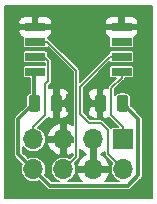
<source format=gbr>
G04 #@! TF.GenerationSoftware,KiCad,Pcbnew,(5.1.5-0-10_14)*
G04 #@! TF.CreationDate,2020-05-05T19:25:00-07:00*
G04 #@! TF.ProjectId,N64 UltraCIC II Breakout,4e363420-556c-4747-9261-434943204949,rev?*
G04 #@! TF.SameCoordinates,Original*
G04 #@! TF.FileFunction,Copper,L1,Top*
G04 #@! TF.FilePolarity,Positive*
%FSLAX46Y46*%
G04 Gerber Fmt 4.6, Leading zero omitted, Abs format (unit mm)*
G04 Created by KiCad (PCBNEW (5.1.5-0-10_14)) date 2020-05-05 19:25:00*
%MOMM*%
%LPD*%
G04 APERTURE LIST*
%ADD10O,1.700000X1.700000*%
%ADD11R,1.700000X1.700000*%
%ADD12R,1.700000X0.650000*%
%ADD13C,0.100000*%
%ADD14C,0.600000*%
%ADD15C,0.304800*%
%ADD16C,0.152400*%
G04 APERTURE END LIST*
D10*
X149860000Y-116840000D03*
X149860000Y-114300000D03*
X152400000Y-116840000D03*
X152400000Y-114300000D03*
X154940000Y-116840000D03*
X154940000Y-114300000D03*
X157480000Y-116840000D03*
D11*
X157480000Y-114300000D03*
D12*
X150020000Y-108585000D03*
X150020000Y-107315000D03*
X150020000Y-106045000D03*
X150020000Y-104775000D03*
X157320000Y-104775000D03*
X157320000Y-106045000D03*
X157320000Y-107315000D03*
X157320000Y-108585000D03*
G04 #@! TA.AperFunction,SMDPad,CuDef*
D13*
G36*
X155794142Y-110553174D02*
G01*
X155817803Y-110556684D01*
X155841007Y-110562496D01*
X155863529Y-110570554D01*
X155885153Y-110580782D01*
X155905670Y-110593079D01*
X155924883Y-110607329D01*
X155942607Y-110623393D01*
X155958671Y-110641117D01*
X155972921Y-110660330D01*
X155985218Y-110680847D01*
X155995446Y-110702471D01*
X156003504Y-110724993D01*
X156009316Y-110748197D01*
X156012826Y-110771858D01*
X156014000Y-110795750D01*
X156014000Y-111708250D01*
X156012826Y-111732142D01*
X156009316Y-111755803D01*
X156003504Y-111779007D01*
X155995446Y-111801529D01*
X155985218Y-111823153D01*
X155972921Y-111843670D01*
X155958671Y-111862883D01*
X155942607Y-111880607D01*
X155924883Y-111896671D01*
X155905670Y-111910921D01*
X155885153Y-111923218D01*
X155863529Y-111933446D01*
X155841007Y-111941504D01*
X155817803Y-111947316D01*
X155794142Y-111950826D01*
X155770250Y-111952000D01*
X155282750Y-111952000D01*
X155258858Y-111950826D01*
X155235197Y-111947316D01*
X155211993Y-111941504D01*
X155189471Y-111933446D01*
X155167847Y-111923218D01*
X155147330Y-111910921D01*
X155128117Y-111896671D01*
X155110393Y-111880607D01*
X155094329Y-111862883D01*
X155080079Y-111843670D01*
X155067782Y-111823153D01*
X155057554Y-111801529D01*
X155049496Y-111779007D01*
X155043684Y-111755803D01*
X155040174Y-111732142D01*
X155039000Y-111708250D01*
X155039000Y-110795750D01*
X155040174Y-110771858D01*
X155043684Y-110748197D01*
X155049496Y-110724993D01*
X155057554Y-110702471D01*
X155067782Y-110680847D01*
X155080079Y-110660330D01*
X155094329Y-110641117D01*
X155110393Y-110623393D01*
X155128117Y-110607329D01*
X155147330Y-110593079D01*
X155167847Y-110580782D01*
X155189471Y-110570554D01*
X155211993Y-110562496D01*
X155235197Y-110556684D01*
X155258858Y-110553174D01*
X155282750Y-110552000D01*
X155770250Y-110552000D01*
X155794142Y-110553174D01*
G37*
G04 #@! TD.AperFunction*
G04 #@! TA.AperFunction,SMDPad,CuDef*
G36*
X157669142Y-110553174D02*
G01*
X157692803Y-110556684D01*
X157716007Y-110562496D01*
X157738529Y-110570554D01*
X157760153Y-110580782D01*
X157780670Y-110593079D01*
X157799883Y-110607329D01*
X157817607Y-110623393D01*
X157833671Y-110641117D01*
X157847921Y-110660330D01*
X157860218Y-110680847D01*
X157870446Y-110702471D01*
X157878504Y-110724993D01*
X157884316Y-110748197D01*
X157887826Y-110771858D01*
X157889000Y-110795750D01*
X157889000Y-111708250D01*
X157887826Y-111732142D01*
X157884316Y-111755803D01*
X157878504Y-111779007D01*
X157870446Y-111801529D01*
X157860218Y-111823153D01*
X157847921Y-111843670D01*
X157833671Y-111862883D01*
X157817607Y-111880607D01*
X157799883Y-111896671D01*
X157780670Y-111910921D01*
X157760153Y-111923218D01*
X157738529Y-111933446D01*
X157716007Y-111941504D01*
X157692803Y-111947316D01*
X157669142Y-111950826D01*
X157645250Y-111952000D01*
X157157750Y-111952000D01*
X157133858Y-111950826D01*
X157110197Y-111947316D01*
X157086993Y-111941504D01*
X157064471Y-111933446D01*
X157042847Y-111923218D01*
X157022330Y-111910921D01*
X157003117Y-111896671D01*
X156985393Y-111880607D01*
X156969329Y-111862883D01*
X156955079Y-111843670D01*
X156942782Y-111823153D01*
X156932554Y-111801529D01*
X156924496Y-111779007D01*
X156918684Y-111755803D01*
X156915174Y-111732142D01*
X156914000Y-111708250D01*
X156914000Y-110795750D01*
X156915174Y-110771858D01*
X156918684Y-110748197D01*
X156924496Y-110724993D01*
X156932554Y-110702471D01*
X156942782Y-110680847D01*
X156955079Y-110660330D01*
X156969329Y-110641117D01*
X156985393Y-110623393D01*
X157003117Y-110607329D01*
X157022330Y-110593079D01*
X157042847Y-110580782D01*
X157064471Y-110570554D01*
X157086993Y-110562496D01*
X157110197Y-110556684D01*
X157133858Y-110553174D01*
X157157750Y-110552000D01*
X157645250Y-110552000D01*
X157669142Y-110553174D01*
G37*
G04 #@! TD.AperFunction*
G04 #@! TA.AperFunction,SMDPad,CuDef*
G36*
X152081142Y-110553174D02*
G01*
X152104803Y-110556684D01*
X152128007Y-110562496D01*
X152150529Y-110570554D01*
X152172153Y-110580782D01*
X152192670Y-110593079D01*
X152211883Y-110607329D01*
X152229607Y-110623393D01*
X152245671Y-110641117D01*
X152259921Y-110660330D01*
X152272218Y-110680847D01*
X152282446Y-110702471D01*
X152290504Y-110724993D01*
X152296316Y-110748197D01*
X152299826Y-110771858D01*
X152301000Y-110795750D01*
X152301000Y-111708250D01*
X152299826Y-111732142D01*
X152296316Y-111755803D01*
X152290504Y-111779007D01*
X152282446Y-111801529D01*
X152272218Y-111823153D01*
X152259921Y-111843670D01*
X152245671Y-111862883D01*
X152229607Y-111880607D01*
X152211883Y-111896671D01*
X152192670Y-111910921D01*
X152172153Y-111923218D01*
X152150529Y-111933446D01*
X152128007Y-111941504D01*
X152104803Y-111947316D01*
X152081142Y-111950826D01*
X152057250Y-111952000D01*
X151569750Y-111952000D01*
X151545858Y-111950826D01*
X151522197Y-111947316D01*
X151498993Y-111941504D01*
X151476471Y-111933446D01*
X151454847Y-111923218D01*
X151434330Y-111910921D01*
X151415117Y-111896671D01*
X151397393Y-111880607D01*
X151381329Y-111862883D01*
X151367079Y-111843670D01*
X151354782Y-111823153D01*
X151344554Y-111801529D01*
X151336496Y-111779007D01*
X151330684Y-111755803D01*
X151327174Y-111732142D01*
X151326000Y-111708250D01*
X151326000Y-110795750D01*
X151327174Y-110771858D01*
X151330684Y-110748197D01*
X151336496Y-110724993D01*
X151344554Y-110702471D01*
X151354782Y-110680847D01*
X151367079Y-110660330D01*
X151381329Y-110641117D01*
X151397393Y-110623393D01*
X151415117Y-110607329D01*
X151434330Y-110593079D01*
X151454847Y-110580782D01*
X151476471Y-110570554D01*
X151498993Y-110562496D01*
X151522197Y-110556684D01*
X151545858Y-110553174D01*
X151569750Y-110552000D01*
X152057250Y-110552000D01*
X152081142Y-110553174D01*
G37*
G04 #@! TD.AperFunction*
G04 #@! TA.AperFunction,SMDPad,CuDef*
G36*
X150206142Y-110553174D02*
G01*
X150229803Y-110556684D01*
X150253007Y-110562496D01*
X150275529Y-110570554D01*
X150297153Y-110580782D01*
X150317670Y-110593079D01*
X150336883Y-110607329D01*
X150354607Y-110623393D01*
X150370671Y-110641117D01*
X150384921Y-110660330D01*
X150397218Y-110680847D01*
X150407446Y-110702471D01*
X150415504Y-110724993D01*
X150421316Y-110748197D01*
X150424826Y-110771858D01*
X150426000Y-110795750D01*
X150426000Y-111708250D01*
X150424826Y-111732142D01*
X150421316Y-111755803D01*
X150415504Y-111779007D01*
X150407446Y-111801529D01*
X150397218Y-111823153D01*
X150384921Y-111843670D01*
X150370671Y-111862883D01*
X150354607Y-111880607D01*
X150336883Y-111896671D01*
X150317670Y-111910921D01*
X150297153Y-111923218D01*
X150275529Y-111933446D01*
X150253007Y-111941504D01*
X150229803Y-111947316D01*
X150206142Y-111950826D01*
X150182250Y-111952000D01*
X149694750Y-111952000D01*
X149670858Y-111950826D01*
X149647197Y-111947316D01*
X149623993Y-111941504D01*
X149601471Y-111933446D01*
X149579847Y-111923218D01*
X149559330Y-111910921D01*
X149540117Y-111896671D01*
X149522393Y-111880607D01*
X149506329Y-111862883D01*
X149492079Y-111843670D01*
X149479782Y-111823153D01*
X149469554Y-111801529D01*
X149461496Y-111779007D01*
X149455684Y-111755803D01*
X149452174Y-111732142D01*
X149451000Y-111708250D01*
X149451000Y-110795750D01*
X149452174Y-110771858D01*
X149455684Y-110748197D01*
X149461496Y-110724993D01*
X149469554Y-110702471D01*
X149479782Y-110680847D01*
X149492079Y-110660330D01*
X149506329Y-110641117D01*
X149522393Y-110623393D01*
X149540117Y-110607329D01*
X149559330Y-110593079D01*
X149579847Y-110580782D01*
X149601471Y-110570554D01*
X149623993Y-110562496D01*
X149647197Y-110556684D01*
X149670858Y-110553174D01*
X149694750Y-110552000D01*
X150182250Y-110552000D01*
X150206142Y-110553174D01*
G37*
G04 #@! TD.AperFunction*
D14*
X152908000Y-111760000D03*
X152908000Y-110744000D03*
X154432000Y-110744000D03*
X154432000Y-111760000D03*
X151638000Y-104775000D03*
D15*
X152908000Y-110744000D02*
X152400000Y-111252000D01*
X152400000Y-111252000D02*
X152908000Y-111760000D01*
X152400000Y-111252000D02*
X151813500Y-111252000D01*
X154432000Y-110744000D02*
X154940000Y-111252000D01*
X154940000Y-111252000D02*
X154432000Y-111760000D01*
X154940000Y-111252000D02*
X155526500Y-111252000D01*
X150020000Y-104775000D02*
X151638000Y-104775000D01*
X151638000Y-104775000D02*
X157320000Y-104775000D01*
X148590000Y-115570000D02*
X149010001Y-115990001D01*
X148590000Y-112600500D02*
X148590000Y-115570000D01*
X149010001Y-115990001D02*
X149860000Y-116840000D01*
X149938500Y-111252000D02*
X148590000Y-112600500D01*
X149938500Y-108666500D02*
X150020000Y-108585000D01*
X158750000Y-117348000D02*
X158750000Y-112600500D01*
X158750000Y-112600500D02*
X157887027Y-111737527D01*
X157887027Y-111737527D02*
X157401500Y-111252000D01*
X157861000Y-118237000D02*
X158750000Y-117348000D01*
X151257000Y-118237000D02*
X157861000Y-118237000D01*
X149860000Y-116840000D02*
X151257000Y-118237000D01*
X149938500Y-111252000D02*
X149938500Y-108666500D01*
D16*
X151130000Y-109394741D02*
X151130000Y-107696000D01*
X150876000Y-109648741D02*
X151130000Y-109394741D01*
X149860000Y-113284000D02*
X150876000Y-112268000D01*
X150749000Y-107315000D02*
X150020000Y-107315000D01*
X151130000Y-107696000D02*
X150749000Y-107315000D01*
X149860000Y-114300000D02*
X149860000Y-113284000D01*
X150876000Y-112268000D02*
X150876000Y-109648741D01*
X153478601Y-108501201D02*
X151022400Y-106045000D01*
X151022400Y-106045000D02*
X150020000Y-106045000D01*
X152400000Y-116840000D02*
X153478601Y-115761399D01*
X153478601Y-115761399D02*
X153478601Y-108501201D01*
X153797000Y-109835600D02*
X156317600Y-107315000D01*
X156317600Y-107315000D02*
X157320000Y-107315000D01*
X154559000Y-112903000D02*
X153797000Y-112141000D01*
X155575000Y-112903000D02*
X154559000Y-112903000D01*
X156210000Y-113538000D02*
X155575000Y-112903000D01*
X156210000Y-115570000D02*
X156210000Y-113538000D01*
X157480000Y-116840000D02*
X156210000Y-115570000D01*
X153797000Y-112141000D02*
X153797000Y-109835600D01*
X157320000Y-109062400D02*
X157320000Y-108585000D01*
X156464000Y-109918400D02*
X157320000Y-109062400D01*
X157480000Y-113284000D02*
X156464000Y-112268000D01*
X157480000Y-114300000D02*
X157480000Y-113284000D01*
X156464000Y-112268000D02*
X156464000Y-109918400D01*
G36*
X159918800Y-119278800D02*
G01*
X147421200Y-119278800D01*
X147421200Y-112600500D01*
X148207157Y-112600500D01*
X148209000Y-112619210D01*
X148209001Y-115551280D01*
X148207157Y-115570000D01*
X148214514Y-115644688D01*
X148236299Y-115716507D01*
X148271678Y-115782696D01*
X148301010Y-115818437D01*
X148319290Y-115840711D01*
X148333827Y-115852641D01*
X148753825Y-116272640D01*
X148753830Y-116272644D01*
X148876660Y-116395474D01*
X148822850Y-116525384D01*
X148781400Y-116733767D01*
X148781400Y-116946233D01*
X148822850Y-117154616D01*
X148904157Y-117350909D01*
X149022197Y-117527567D01*
X149172433Y-117677803D01*
X149349091Y-117795843D01*
X149545384Y-117877150D01*
X149753767Y-117918600D01*
X149966233Y-117918600D01*
X150174616Y-117877150D01*
X150304525Y-117823340D01*
X150974359Y-118493174D01*
X150986289Y-118507711D01*
X151000824Y-118519639D01*
X151044303Y-118555322D01*
X151067359Y-118567645D01*
X151110492Y-118590701D01*
X151182311Y-118612487D01*
X151238287Y-118618000D01*
X151238296Y-118618000D01*
X151256999Y-118619842D01*
X151275702Y-118618000D01*
X157842290Y-118618000D01*
X157861000Y-118619843D01*
X157879710Y-118618000D01*
X157879713Y-118618000D01*
X157935689Y-118612487D01*
X158007508Y-118590701D01*
X158073696Y-118555322D01*
X158131711Y-118507711D01*
X158143646Y-118493168D01*
X159006175Y-117630640D01*
X159020711Y-117618711D01*
X159044250Y-117590028D01*
X159068322Y-117560697D01*
X159103701Y-117494508D01*
X159103701Y-117494507D01*
X159125487Y-117422689D01*
X159131000Y-117366713D01*
X159131000Y-117366710D01*
X159132843Y-117348000D01*
X159131000Y-117329290D01*
X159131000Y-112619209D01*
X159132843Y-112600499D01*
X159129680Y-112568389D01*
X159125487Y-112525811D01*
X159103701Y-112453992D01*
X159100110Y-112447274D01*
X159068322Y-112387803D01*
X159032639Y-112344324D01*
X159020711Y-112329789D01*
X159006174Y-112317859D01*
X158169670Y-111481356D01*
X158169666Y-111481351D01*
X158118706Y-111430391D01*
X158118706Y-110795750D01*
X158109609Y-110703383D01*
X158082666Y-110614566D01*
X158038914Y-110532712D01*
X157980034Y-110460966D01*
X157908288Y-110402086D01*
X157826434Y-110358334D01*
X157737617Y-110331391D01*
X157645250Y-110322294D01*
X157157750Y-110322294D01*
X157065383Y-110331391D01*
X156976566Y-110358334D01*
X156894712Y-110402086D01*
X156822966Y-110460966D01*
X156768800Y-110526968D01*
X156768800Y-110044651D01*
X157524945Y-109288507D01*
X157536568Y-109278968D01*
X157574658Y-109232557D01*
X157602960Y-109179606D01*
X157615064Y-109139706D01*
X158170000Y-109139706D01*
X158214813Y-109135292D01*
X158257905Y-109122221D01*
X158297618Y-109100994D01*
X158332427Y-109072427D01*
X158360994Y-109037618D01*
X158382221Y-108997905D01*
X158395292Y-108954813D01*
X158399706Y-108910000D01*
X158399706Y-108260000D01*
X158395292Y-108215187D01*
X158382221Y-108172095D01*
X158360994Y-108132382D01*
X158332427Y-108097573D01*
X158297618Y-108069006D01*
X158257905Y-108047779D01*
X158214813Y-108034708D01*
X158170000Y-108030294D01*
X156470000Y-108030294D01*
X156425187Y-108034708D01*
X156382095Y-108047779D01*
X156342382Y-108069006D01*
X156307573Y-108097573D01*
X156279006Y-108132382D01*
X156257779Y-108172095D01*
X156244708Y-108215187D01*
X156240294Y-108260000D01*
X156240294Y-108910000D01*
X156244708Y-108954813D01*
X156257779Y-108997905D01*
X156279006Y-109037618D01*
X156307573Y-109072427D01*
X156342382Y-109100994D01*
X156382095Y-109122221D01*
X156425187Y-109135292D01*
X156470000Y-109139706D01*
X156811642Y-109139706D01*
X156259057Y-109692292D01*
X156247433Y-109701832D01*
X156237893Y-109713456D01*
X156237892Y-109713457D01*
X156231449Y-109721307D01*
X156209343Y-109748243D01*
X156199881Y-109765946D01*
X156181040Y-109801195D01*
X156163611Y-109858649D01*
X156157727Y-109918400D01*
X156159201Y-109933368D01*
X156159201Y-109985559D01*
X156128523Y-109976253D01*
X156014000Y-109964973D01*
X155850350Y-109967800D01*
X155704300Y-110113850D01*
X155704300Y-111074200D01*
X155724300Y-111074200D01*
X155724300Y-111429800D01*
X155704300Y-111429800D01*
X155704300Y-112390150D01*
X155850350Y-112536200D01*
X156014000Y-112539027D01*
X156128523Y-112527747D01*
X156238646Y-112494342D01*
X156251179Y-112487643D01*
X156259061Y-112494112D01*
X156985242Y-113220294D01*
X156630000Y-113220294D01*
X156585187Y-113224708D01*
X156542095Y-113237779D01*
X156502382Y-113259006D01*
X156467573Y-113287573D01*
X156439006Y-113322382D01*
X156434408Y-113330985D01*
X156426568Y-113321432D01*
X156414944Y-113311892D01*
X155801112Y-112698061D01*
X155791568Y-112686432D01*
X155745157Y-112648342D01*
X155692206Y-112620040D01*
X155634751Y-112602611D01*
X155589966Y-112598200D01*
X155589958Y-112598200D01*
X155575000Y-112596727D01*
X155560042Y-112598200D01*
X154685252Y-112598200D01*
X154101800Y-112014749D01*
X154101800Y-111952000D01*
X154451973Y-111952000D01*
X154463253Y-112066523D01*
X154496658Y-112176646D01*
X154550905Y-112278135D01*
X154623909Y-112367091D01*
X154712865Y-112440095D01*
X154814354Y-112494342D01*
X154924477Y-112527747D01*
X155039000Y-112539027D01*
X155202650Y-112536200D01*
X155348700Y-112390150D01*
X155348700Y-111429800D01*
X154600850Y-111429800D01*
X154454800Y-111575850D01*
X154451973Y-111952000D01*
X154101800Y-111952000D01*
X154101800Y-110552000D01*
X154451973Y-110552000D01*
X154454800Y-110928150D01*
X154600850Y-111074200D01*
X155348700Y-111074200D01*
X155348700Y-110113850D01*
X155202650Y-109967800D01*
X155039000Y-109964973D01*
X154924477Y-109976253D01*
X154814354Y-110009658D01*
X154712865Y-110063905D01*
X154623909Y-110136909D01*
X154550905Y-110225865D01*
X154496658Y-110327354D01*
X154463253Y-110437477D01*
X154451973Y-110552000D01*
X154101800Y-110552000D01*
X154101800Y-109961851D01*
X156286681Y-107776971D01*
X156307573Y-107802427D01*
X156342382Y-107830994D01*
X156382095Y-107852221D01*
X156425187Y-107865292D01*
X156470000Y-107869706D01*
X158170000Y-107869706D01*
X158214813Y-107865292D01*
X158257905Y-107852221D01*
X158297618Y-107830994D01*
X158332427Y-107802427D01*
X158360994Y-107767618D01*
X158382221Y-107727905D01*
X158395292Y-107684813D01*
X158399706Y-107640000D01*
X158399706Y-106990000D01*
X158395292Y-106945187D01*
X158382221Y-106902095D01*
X158360994Y-106862382D01*
X158332427Y-106827573D01*
X158297618Y-106799006D01*
X158257905Y-106777779D01*
X158214813Y-106764708D01*
X158170000Y-106760294D01*
X156470000Y-106760294D01*
X156425187Y-106764708D01*
X156382095Y-106777779D01*
X156342382Y-106799006D01*
X156307573Y-106827573D01*
X156279006Y-106862382D01*
X156257779Y-106902095D01*
X156244708Y-106945187D01*
X156240294Y-106990000D01*
X156240294Y-107019936D01*
X156200394Y-107032040D01*
X156147443Y-107060342D01*
X156101032Y-107098432D01*
X156091492Y-107110056D01*
X153783401Y-109418148D01*
X153783401Y-108516159D01*
X153784874Y-108501201D01*
X153783401Y-108486243D01*
X153783401Y-108486235D01*
X153778990Y-108441450D01*
X153761561Y-108383995D01*
X153733259Y-108331044D01*
X153695169Y-108284633D01*
X153683545Y-108275093D01*
X151248512Y-105840061D01*
X151238968Y-105828432D01*
X151192557Y-105790342D01*
X151139606Y-105762040D01*
X151099706Y-105749936D01*
X151099706Y-105720000D01*
X151095292Y-105675187D01*
X151086114Y-105644930D01*
X151094646Y-105642342D01*
X151196135Y-105588095D01*
X151285091Y-105515091D01*
X151358095Y-105426135D01*
X151412342Y-105324646D01*
X151445747Y-105214523D01*
X151457027Y-105100000D01*
X155882973Y-105100000D01*
X155894253Y-105214523D01*
X155927658Y-105324646D01*
X155981905Y-105426135D01*
X156054909Y-105515091D01*
X156143865Y-105588095D01*
X156245354Y-105642342D01*
X156253886Y-105644930D01*
X156244708Y-105675187D01*
X156240294Y-105720000D01*
X156240294Y-106370000D01*
X156244708Y-106414813D01*
X156257779Y-106457905D01*
X156279006Y-106497618D01*
X156307573Y-106532427D01*
X156342382Y-106560994D01*
X156382095Y-106582221D01*
X156425187Y-106595292D01*
X156470000Y-106599706D01*
X158170000Y-106599706D01*
X158214813Y-106595292D01*
X158257905Y-106582221D01*
X158297618Y-106560994D01*
X158332427Y-106532427D01*
X158360994Y-106497618D01*
X158382221Y-106457905D01*
X158395292Y-106414813D01*
X158399706Y-106370000D01*
X158399706Y-105720000D01*
X158395292Y-105675187D01*
X158386114Y-105644930D01*
X158394646Y-105642342D01*
X158496135Y-105588095D01*
X158585091Y-105515091D01*
X158658095Y-105426135D01*
X158712342Y-105324646D01*
X158745747Y-105214523D01*
X158757027Y-105100000D01*
X158754200Y-105098850D01*
X158608150Y-104952800D01*
X157497800Y-104952800D01*
X157497800Y-104972800D01*
X157142200Y-104972800D01*
X157142200Y-104952800D01*
X156031850Y-104952800D01*
X155885800Y-105098850D01*
X155882973Y-105100000D01*
X151457027Y-105100000D01*
X151454200Y-105098850D01*
X151308150Y-104952800D01*
X150197800Y-104952800D01*
X150197800Y-104972800D01*
X149842200Y-104972800D01*
X149842200Y-104952800D01*
X148731850Y-104952800D01*
X148585800Y-105098850D01*
X148582973Y-105100000D01*
X148594253Y-105214523D01*
X148627658Y-105324646D01*
X148681905Y-105426135D01*
X148754909Y-105515091D01*
X148843865Y-105588095D01*
X148945354Y-105642342D01*
X148953886Y-105644930D01*
X148944708Y-105675187D01*
X148940294Y-105720000D01*
X148940294Y-106370000D01*
X148944708Y-106414813D01*
X148957779Y-106457905D01*
X148979006Y-106497618D01*
X149007573Y-106532427D01*
X149042382Y-106560994D01*
X149082095Y-106582221D01*
X149125187Y-106595292D01*
X149170000Y-106599706D01*
X150870000Y-106599706D01*
X150914813Y-106595292D01*
X150957905Y-106582221D01*
X150997618Y-106560994D01*
X151032427Y-106532427D01*
X151053319Y-106506970D01*
X153173802Y-108627454D01*
X153173801Y-113099919D01*
X153092659Y-113044144D01*
X152834344Y-112933144D01*
X152798239Y-112922199D01*
X152577800Y-113024180D01*
X152577800Y-114122200D01*
X153173801Y-114122200D01*
X153173801Y-114477800D01*
X152577800Y-114477800D01*
X152577800Y-115575820D01*
X152798239Y-115677801D01*
X152834344Y-115666856D01*
X153092659Y-115555856D01*
X153173801Y-115500081D01*
X153173801Y-115635147D01*
X152919231Y-115889718D01*
X152910909Y-115884157D01*
X152714616Y-115802850D01*
X152506233Y-115761400D01*
X152293767Y-115761400D01*
X152085384Y-115802850D01*
X151889091Y-115884157D01*
X151712433Y-116002197D01*
X151562197Y-116152433D01*
X151444157Y-116329091D01*
X151362850Y-116525384D01*
X151321400Y-116733767D01*
X151321400Y-116946233D01*
X151362850Y-117154616D01*
X151444157Y-117350909D01*
X151562197Y-117527567D01*
X151712433Y-117677803D01*
X151889091Y-117795843D01*
X152034323Y-117856000D01*
X151414815Y-117856000D01*
X150843340Y-117284525D01*
X150897150Y-117154616D01*
X150938600Y-116946233D01*
X150938600Y-116733767D01*
X150897150Y-116525384D01*
X150815843Y-116329091D01*
X150697803Y-116152433D01*
X150547567Y-116002197D01*
X150370909Y-115884157D01*
X150174616Y-115802850D01*
X149966233Y-115761400D01*
X149753767Y-115761400D01*
X149545384Y-115802850D01*
X149415474Y-115856660D01*
X149292644Y-115733830D01*
X149292640Y-115733825D01*
X148971000Y-115412186D01*
X148971000Y-114910946D01*
X149022197Y-114987567D01*
X149172433Y-115137803D01*
X149349091Y-115255843D01*
X149545384Y-115337150D01*
X149753767Y-115378600D01*
X149966233Y-115378600D01*
X150174616Y-115337150D01*
X150370909Y-115255843D01*
X150547567Y-115137803D01*
X150697803Y-114987567D01*
X150815843Y-114810909D01*
X150862511Y-114698240D01*
X151022192Y-114698240D01*
X151126359Y-114959385D01*
X151279471Y-115195190D01*
X151475645Y-115396594D01*
X151707341Y-115555856D01*
X151965656Y-115666856D01*
X152001761Y-115677801D01*
X152222200Y-115575820D01*
X152222200Y-114477800D01*
X151122907Y-114477800D01*
X151022192Y-114698240D01*
X150862511Y-114698240D01*
X150897150Y-114614616D01*
X150938600Y-114406233D01*
X150938600Y-114193767D01*
X150897150Y-113985384D01*
X150862512Y-113901760D01*
X151022192Y-113901760D01*
X151122907Y-114122200D01*
X152222200Y-114122200D01*
X152222200Y-113024180D01*
X152001761Y-112922199D01*
X151965656Y-112933144D01*
X151707341Y-113044144D01*
X151475645Y-113203406D01*
X151279471Y-113404810D01*
X151126359Y-113640615D01*
X151022192Y-113901760D01*
X150862512Y-113901760D01*
X150815843Y-113789091D01*
X150697803Y-113612433D01*
X150547567Y-113462197D01*
X150370909Y-113344157D01*
X150271904Y-113303148D01*
X151080945Y-112494107D01*
X151088821Y-112487643D01*
X151101354Y-112494342D01*
X151211477Y-112527747D01*
X151326000Y-112539027D01*
X151489650Y-112536200D01*
X151635700Y-112390150D01*
X151635700Y-111429800D01*
X151991300Y-111429800D01*
X151991300Y-112390150D01*
X152137350Y-112536200D01*
X152301000Y-112539027D01*
X152415523Y-112527747D01*
X152525646Y-112494342D01*
X152627135Y-112440095D01*
X152716091Y-112367091D01*
X152789095Y-112278135D01*
X152843342Y-112176646D01*
X152876747Y-112066523D01*
X152888027Y-111952000D01*
X152885200Y-111575850D01*
X152739150Y-111429800D01*
X151991300Y-111429800D01*
X151635700Y-111429800D01*
X151615700Y-111429800D01*
X151615700Y-111074200D01*
X151635700Y-111074200D01*
X151635700Y-110113850D01*
X151991300Y-110113850D01*
X151991300Y-111074200D01*
X152739150Y-111074200D01*
X152885200Y-110928150D01*
X152888027Y-110552000D01*
X152876747Y-110437477D01*
X152843342Y-110327354D01*
X152789095Y-110225865D01*
X152716091Y-110136909D01*
X152627135Y-110063905D01*
X152525646Y-110009658D01*
X152415523Y-109976253D01*
X152301000Y-109964973D01*
X152137350Y-109967800D01*
X151991300Y-110113850D01*
X151635700Y-110113850D01*
X151489650Y-109967800D01*
X151326000Y-109964973D01*
X151211477Y-109976253D01*
X151180800Y-109985559D01*
X151180800Y-109774992D01*
X151334945Y-109620848D01*
X151346568Y-109611309D01*
X151384658Y-109564898D01*
X151412960Y-109511947D01*
X151430389Y-109454492D01*
X151434800Y-109409707D01*
X151434800Y-109409700D01*
X151436273Y-109394742D01*
X151434800Y-109379784D01*
X151434800Y-107710957D01*
X151436273Y-107695999D01*
X151434800Y-107681041D01*
X151434800Y-107681034D01*
X151430389Y-107636249D01*
X151412960Y-107578794D01*
X151384658Y-107525843D01*
X151346568Y-107479432D01*
X151334944Y-107469892D01*
X151099706Y-107234655D01*
X151099706Y-106990000D01*
X151095292Y-106945187D01*
X151082221Y-106902095D01*
X151060994Y-106862382D01*
X151032427Y-106827573D01*
X150997618Y-106799006D01*
X150957905Y-106777779D01*
X150914813Y-106764708D01*
X150870000Y-106760294D01*
X149170000Y-106760294D01*
X149125187Y-106764708D01*
X149082095Y-106777779D01*
X149042382Y-106799006D01*
X149007573Y-106827573D01*
X148979006Y-106862382D01*
X148957779Y-106902095D01*
X148944708Y-106945187D01*
X148940294Y-106990000D01*
X148940294Y-107640000D01*
X148944708Y-107684813D01*
X148957779Y-107727905D01*
X148979006Y-107767618D01*
X149007573Y-107802427D01*
X149042382Y-107830994D01*
X149082095Y-107852221D01*
X149125187Y-107865292D01*
X149170000Y-107869706D01*
X150825201Y-107869706D01*
X150825201Y-108030294D01*
X149170000Y-108030294D01*
X149125187Y-108034708D01*
X149082095Y-108047779D01*
X149042382Y-108069006D01*
X149007573Y-108097573D01*
X148979006Y-108132382D01*
X148957779Y-108172095D01*
X148944708Y-108215187D01*
X148940294Y-108260000D01*
X148940294Y-108910000D01*
X148944708Y-108954813D01*
X148957779Y-108997905D01*
X148979006Y-109037618D01*
X149007573Y-109072427D01*
X149042382Y-109100994D01*
X149082095Y-109122221D01*
X149125187Y-109135292D01*
X149170000Y-109139706D01*
X149557501Y-109139706D01*
X149557500Y-110345006D01*
X149513566Y-110358334D01*
X149431712Y-110402086D01*
X149359966Y-110460966D01*
X149301086Y-110532712D01*
X149257334Y-110614566D01*
X149230391Y-110703383D01*
X149221294Y-110795750D01*
X149221294Y-111430391D01*
X148333832Y-112317854D01*
X148319289Y-112329789D01*
X148288677Y-112367091D01*
X148271678Y-112387804D01*
X148267480Y-112395658D01*
X148236299Y-112453993D01*
X148214513Y-112525812D01*
X148210320Y-112568389D01*
X148207157Y-112600500D01*
X147421200Y-112600500D01*
X147421200Y-104450000D01*
X148582973Y-104450000D01*
X148585800Y-104451150D01*
X148731850Y-104597200D01*
X149842200Y-104597200D01*
X149842200Y-104011850D01*
X150197800Y-104011850D01*
X150197800Y-104597200D01*
X151308150Y-104597200D01*
X151454200Y-104451150D01*
X151457027Y-104450000D01*
X155882973Y-104450000D01*
X155885800Y-104451150D01*
X156031850Y-104597200D01*
X157142200Y-104597200D01*
X157142200Y-104011850D01*
X157497800Y-104011850D01*
X157497800Y-104597200D01*
X158608150Y-104597200D01*
X158754200Y-104451150D01*
X158757027Y-104450000D01*
X158745747Y-104335477D01*
X158712342Y-104225354D01*
X158658095Y-104123865D01*
X158585091Y-104034909D01*
X158496135Y-103961905D01*
X158394646Y-103907658D01*
X158284523Y-103874253D01*
X158170000Y-103862973D01*
X157643850Y-103865800D01*
X157497800Y-104011850D01*
X157142200Y-104011850D01*
X156996150Y-103865800D01*
X156470000Y-103862973D01*
X156355477Y-103874253D01*
X156245354Y-103907658D01*
X156143865Y-103961905D01*
X156054909Y-104034909D01*
X155981905Y-104123865D01*
X155927658Y-104225354D01*
X155894253Y-104335477D01*
X155882973Y-104450000D01*
X151457027Y-104450000D01*
X151445747Y-104335477D01*
X151412342Y-104225354D01*
X151358095Y-104123865D01*
X151285091Y-104034909D01*
X151196135Y-103961905D01*
X151094646Y-103907658D01*
X150984523Y-103874253D01*
X150870000Y-103862973D01*
X150343850Y-103865800D01*
X150197800Y-104011850D01*
X149842200Y-104011850D01*
X149696150Y-103865800D01*
X149170000Y-103862973D01*
X149055477Y-103874253D01*
X148945354Y-103907658D01*
X148843865Y-103961905D01*
X148754909Y-104034909D01*
X148681905Y-104123865D01*
X148627658Y-104225354D01*
X148594253Y-104335477D01*
X148582973Y-104450000D01*
X147421200Y-104450000D01*
X147421200Y-102971200D01*
X159918801Y-102971200D01*
X159918800Y-119278800D01*
G37*
X159918800Y-119278800D02*
X147421200Y-119278800D01*
X147421200Y-112600500D01*
X148207157Y-112600500D01*
X148209000Y-112619210D01*
X148209001Y-115551280D01*
X148207157Y-115570000D01*
X148214514Y-115644688D01*
X148236299Y-115716507D01*
X148271678Y-115782696D01*
X148301010Y-115818437D01*
X148319290Y-115840711D01*
X148333827Y-115852641D01*
X148753825Y-116272640D01*
X148753830Y-116272644D01*
X148876660Y-116395474D01*
X148822850Y-116525384D01*
X148781400Y-116733767D01*
X148781400Y-116946233D01*
X148822850Y-117154616D01*
X148904157Y-117350909D01*
X149022197Y-117527567D01*
X149172433Y-117677803D01*
X149349091Y-117795843D01*
X149545384Y-117877150D01*
X149753767Y-117918600D01*
X149966233Y-117918600D01*
X150174616Y-117877150D01*
X150304525Y-117823340D01*
X150974359Y-118493174D01*
X150986289Y-118507711D01*
X151000824Y-118519639D01*
X151044303Y-118555322D01*
X151067359Y-118567645D01*
X151110492Y-118590701D01*
X151182311Y-118612487D01*
X151238287Y-118618000D01*
X151238296Y-118618000D01*
X151256999Y-118619842D01*
X151275702Y-118618000D01*
X157842290Y-118618000D01*
X157861000Y-118619843D01*
X157879710Y-118618000D01*
X157879713Y-118618000D01*
X157935689Y-118612487D01*
X158007508Y-118590701D01*
X158073696Y-118555322D01*
X158131711Y-118507711D01*
X158143646Y-118493168D01*
X159006175Y-117630640D01*
X159020711Y-117618711D01*
X159044250Y-117590028D01*
X159068322Y-117560697D01*
X159103701Y-117494508D01*
X159103701Y-117494507D01*
X159125487Y-117422689D01*
X159131000Y-117366713D01*
X159131000Y-117366710D01*
X159132843Y-117348000D01*
X159131000Y-117329290D01*
X159131000Y-112619209D01*
X159132843Y-112600499D01*
X159129680Y-112568389D01*
X159125487Y-112525811D01*
X159103701Y-112453992D01*
X159100110Y-112447274D01*
X159068322Y-112387803D01*
X159032639Y-112344324D01*
X159020711Y-112329789D01*
X159006174Y-112317859D01*
X158169670Y-111481356D01*
X158169666Y-111481351D01*
X158118706Y-111430391D01*
X158118706Y-110795750D01*
X158109609Y-110703383D01*
X158082666Y-110614566D01*
X158038914Y-110532712D01*
X157980034Y-110460966D01*
X157908288Y-110402086D01*
X157826434Y-110358334D01*
X157737617Y-110331391D01*
X157645250Y-110322294D01*
X157157750Y-110322294D01*
X157065383Y-110331391D01*
X156976566Y-110358334D01*
X156894712Y-110402086D01*
X156822966Y-110460966D01*
X156768800Y-110526968D01*
X156768800Y-110044651D01*
X157524945Y-109288507D01*
X157536568Y-109278968D01*
X157574658Y-109232557D01*
X157602960Y-109179606D01*
X157615064Y-109139706D01*
X158170000Y-109139706D01*
X158214813Y-109135292D01*
X158257905Y-109122221D01*
X158297618Y-109100994D01*
X158332427Y-109072427D01*
X158360994Y-109037618D01*
X158382221Y-108997905D01*
X158395292Y-108954813D01*
X158399706Y-108910000D01*
X158399706Y-108260000D01*
X158395292Y-108215187D01*
X158382221Y-108172095D01*
X158360994Y-108132382D01*
X158332427Y-108097573D01*
X158297618Y-108069006D01*
X158257905Y-108047779D01*
X158214813Y-108034708D01*
X158170000Y-108030294D01*
X156470000Y-108030294D01*
X156425187Y-108034708D01*
X156382095Y-108047779D01*
X156342382Y-108069006D01*
X156307573Y-108097573D01*
X156279006Y-108132382D01*
X156257779Y-108172095D01*
X156244708Y-108215187D01*
X156240294Y-108260000D01*
X156240294Y-108910000D01*
X156244708Y-108954813D01*
X156257779Y-108997905D01*
X156279006Y-109037618D01*
X156307573Y-109072427D01*
X156342382Y-109100994D01*
X156382095Y-109122221D01*
X156425187Y-109135292D01*
X156470000Y-109139706D01*
X156811642Y-109139706D01*
X156259057Y-109692292D01*
X156247433Y-109701832D01*
X156237893Y-109713456D01*
X156237892Y-109713457D01*
X156231449Y-109721307D01*
X156209343Y-109748243D01*
X156199881Y-109765946D01*
X156181040Y-109801195D01*
X156163611Y-109858649D01*
X156157727Y-109918400D01*
X156159201Y-109933368D01*
X156159201Y-109985559D01*
X156128523Y-109976253D01*
X156014000Y-109964973D01*
X155850350Y-109967800D01*
X155704300Y-110113850D01*
X155704300Y-111074200D01*
X155724300Y-111074200D01*
X155724300Y-111429800D01*
X155704300Y-111429800D01*
X155704300Y-112390150D01*
X155850350Y-112536200D01*
X156014000Y-112539027D01*
X156128523Y-112527747D01*
X156238646Y-112494342D01*
X156251179Y-112487643D01*
X156259061Y-112494112D01*
X156985242Y-113220294D01*
X156630000Y-113220294D01*
X156585187Y-113224708D01*
X156542095Y-113237779D01*
X156502382Y-113259006D01*
X156467573Y-113287573D01*
X156439006Y-113322382D01*
X156434408Y-113330985D01*
X156426568Y-113321432D01*
X156414944Y-113311892D01*
X155801112Y-112698061D01*
X155791568Y-112686432D01*
X155745157Y-112648342D01*
X155692206Y-112620040D01*
X155634751Y-112602611D01*
X155589966Y-112598200D01*
X155589958Y-112598200D01*
X155575000Y-112596727D01*
X155560042Y-112598200D01*
X154685252Y-112598200D01*
X154101800Y-112014749D01*
X154101800Y-111952000D01*
X154451973Y-111952000D01*
X154463253Y-112066523D01*
X154496658Y-112176646D01*
X154550905Y-112278135D01*
X154623909Y-112367091D01*
X154712865Y-112440095D01*
X154814354Y-112494342D01*
X154924477Y-112527747D01*
X155039000Y-112539027D01*
X155202650Y-112536200D01*
X155348700Y-112390150D01*
X155348700Y-111429800D01*
X154600850Y-111429800D01*
X154454800Y-111575850D01*
X154451973Y-111952000D01*
X154101800Y-111952000D01*
X154101800Y-110552000D01*
X154451973Y-110552000D01*
X154454800Y-110928150D01*
X154600850Y-111074200D01*
X155348700Y-111074200D01*
X155348700Y-110113850D01*
X155202650Y-109967800D01*
X155039000Y-109964973D01*
X154924477Y-109976253D01*
X154814354Y-110009658D01*
X154712865Y-110063905D01*
X154623909Y-110136909D01*
X154550905Y-110225865D01*
X154496658Y-110327354D01*
X154463253Y-110437477D01*
X154451973Y-110552000D01*
X154101800Y-110552000D01*
X154101800Y-109961851D01*
X156286681Y-107776971D01*
X156307573Y-107802427D01*
X156342382Y-107830994D01*
X156382095Y-107852221D01*
X156425187Y-107865292D01*
X156470000Y-107869706D01*
X158170000Y-107869706D01*
X158214813Y-107865292D01*
X158257905Y-107852221D01*
X158297618Y-107830994D01*
X158332427Y-107802427D01*
X158360994Y-107767618D01*
X158382221Y-107727905D01*
X158395292Y-107684813D01*
X158399706Y-107640000D01*
X158399706Y-106990000D01*
X158395292Y-106945187D01*
X158382221Y-106902095D01*
X158360994Y-106862382D01*
X158332427Y-106827573D01*
X158297618Y-106799006D01*
X158257905Y-106777779D01*
X158214813Y-106764708D01*
X158170000Y-106760294D01*
X156470000Y-106760294D01*
X156425187Y-106764708D01*
X156382095Y-106777779D01*
X156342382Y-106799006D01*
X156307573Y-106827573D01*
X156279006Y-106862382D01*
X156257779Y-106902095D01*
X156244708Y-106945187D01*
X156240294Y-106990000D01*
X156240294Y-107019936D01*
X156200394Y-107032040D01*
X156147443Y-107060342D01*
X156101032Y-107098432D01*
X156091492Y-107110056D01*
X153783401Y-109418148D01*
X153783401Y-108516159D01*
X153784874Y-108501201D01*
X153783401Y-108486243D01*
X153783401Y-108486235D01*
X153778990Y-108441450D01*
X153761561Y-108383995D01*
X153733259Y-108331044D01*
X153695169Y-108284633D01*
X153683545Y-108275093D01*
X151248512Y-105840061D01*
X151238968Y-105828432D01*
X151192557Y-105790342D01*
X151139606Y-105762040D01*
X151099706Y-105749936D01*
X151099706Y-105720000D01*
X151095292Y-105675187D01*
X151086114Y-105644930D01*
X151094646Y-105642342D01*
X151196135Y-105588095D01*
X151285091Y-105515091D01*
X151358095Y-105426135D01*
X151412342Y-105324646D01*
X151445747Y-105214523D01*
X151457027Y-105100000D01*
X155882973Y-105100000D01*
X155894253Y-105214523D01*
X155927658Y-105324646D01*
X155981905Y-105426135D01*
X156054909Y-105515091D01*
X156143865Y-105588095D01*
X156245354Y-105642342D01*
X156253886Y-105644930D01*
X156244708Y-105675187D01*
X156240294Y-105720000D01*
X156240294Y-106370000D01*
X156244708Y-106414813D01*
X156257779Y-106457905D01*
X156279006Y-106497618D01*
X156307573Y-106532427D01*
X156342382Y-106560994D01*
X156382095Y-106582221D01*
X156425187Y-106595292D01*
X156470000Y-106599706D01*
X158170000Y-106599706D01*
X158214813Y-106595292D01*
X158257905Y-106582221D01*
X158297618Y-106560994D01*
X158332427Y-106532427D01*
X158360994Y-106497618D01*
X158382221Y-106457905D01*
X158395292Y-106414813D01*
X158399706Y-106370000D01*
X158399706Y-105720000D01*
X158395292Y-105675187D01*
X158386114Y-105644930D01*
X158394646Y-105642342D01*
X158496135Y-105588095D01*
X158585091Y-105515091D01*
X158658095Y-105426135D01*
X158712342Y-105324646D01*
X158745747Y-105214523D01*
X158757027Y-105100000D01*
X158754200Y-105098850D01*
X158608150Y-104952800D01*
X157497800Y-104952800D01*
X157497800Y-104972800D01*
X157142200Y-104972800D01*
X157142200Y-104952800D01*
X156031850Y-104952800D01*
X155885800Y-105098850D01*
X155882973Y-105100000D01*
X151457027Y-105100000D01*
X151454200Y-105098850D01*
X151308150Y-104952800D01*
X150197800Y-104952800D01*
X150197800Y-104972800D01*
X149842200Y-104972800D01*
X149842200Y-104952800D01*
X148731850Y-104952800D01*
X148585800Y-105098850D01*
X148582973Y-105100000D01*
X148594253Y-105214523D01*
X148627658Y-105324646D01*
X148681905Y-105426135D01*
X148754909Y-105515091D01*
X148843865Y-105588095D01*
X148945354Y-105642342D01*
X148953886Y-105644930D01*
X148944708Y-105675187D01*
X148940294Y-105720000D01*
X148940294Y-106370000D01*
X148944708Y-106414813D01*
X148957779Y-106457905D01*
X148979006Y-106497618D01*
X149007573Y-106532427D01*
X149042382Y-106560994D01*
X149082095Y-106582221D01*
X149125187Y-106595292D01*
X149170000Y-106599706D01*
X150870000Y-106599706D01*
X150914813Y-106595292D01*
X150957905Y-106582221D01*
X150997618Y-106560994D01*
X151032427Y-106532427D01*
X151053319Y-106506970D01*
X153173802Y-108627454D01*
X153173801Y-113099919D01*
X153092659Y-113044144D01*
X152834344Y-112933144D01*
X152798239Y-112922199D01*
X152577800Y-113024180D01*
X152577800Y-114122200D01*
X153173801Y-114122200D01*
X153173801Y-114477800D01*
X152577800Y-114477800D01*
X152577800Y-115575820D01*
X152798239Y-115677801D01*
X152834344Y-115666856D01*
X153092659Y-115555856D01*
X153173801Y-115500081D01*
X153173801Y-115635147D01*
X152919231Y-115889718D01*
X152910909Y-115884157D01*
X152714616Y-115802850D01*
X152506233Y-115761400D01*
X152293767Y-115761400D01*
X152085384Y-115802850D01*
X151889091Y-115884157D01*
X151712433Y-116002197D01*
X151562197Y-116152433D01*
X151444157Y-116329091D01*
X151362850Y-116525384D01*
X151321400Y-116733767D01*
X151321400Y-116946233D01*
X151362850Y-117154616D01*
X151444157Y-117350909D01*
X151562197Y-117527567D01*
X151712433Y-117677803D01*
X151889091Y-117795843D01*
X152034323Y-117856000D01*
X151414815Y-117856000D01*
X150843340Y-117284525D01*
X150897150Y-117154616D01*
X150938600Y-116946233D01*
X150938600Y-116733767D01*
X150897150Y-116525384D01*
X150815843Y-116329091D01*
X150697803Y-116152433D01*
X150547567Y-116002197D01*
X150370909Y-115884157D01*
X150174616Y-115802850D01*
X149966233Y-115761400D01*
X149753767Y-115761400D01*
X149545384Y-115802850D01*
X149415474Y-115856660D01*
X149292644Y-115733830D01*
X149292640Y-115733825D01*
X148971000Y-115412186D01*
X148971000Y-114910946D01*
X149022197Y-114987567D01*
X149172433Y-115137803D01*
X149349091Y-115255843D01*
X149545384Y-115337150D01*
X149753767Y-115378600D01*
X149966233Y-115378600D01*
X150174616Y-115337150D01*
X150370909Y-115255843D01*
X150547567Y-115137803D01*
X150697803Y-114987567D01*
X150815843Y-114810909D01*
X150862511Y-114698240D01*
X151022192Y-114698240D01*
X151126359Y-114959385D01*
X151279471Y-115195190D01*
X151475645Y-115396594D01*
X151707341Y-115555856D01*
X151965656Y-115666856D01*
X152001761Y-115677801D01*
X152222200Y-115575820D01*
X152222200Y-114477800D01*
X151122907Y-114477800D01*
X151022192Y-114698240D01*
X150862511Y-114698240D01*
X150897150Y-114614616D01*
X150938600Y-114406233D01*
X150938600Y-114193767D01*
X150897150Y-113985384D01*
X150862512Y-113901760D01*
X151022192Y-113901760D01*
X151122907Y-114122200D01*
X152222200Y-114122200D01*
X152222200Y-113024180D01*
X152001761Y-112922199D01*
X151965656Y-112933144D01*
X151707341Y-113044144D01*
X151475645Y-113203406D01*
X151279471Y-113404810D01*
X151126359Y-113640615D01*
X151022192Y-113901760D01*
X150862512Y-113901760D01*
X150815843Y-113789091D01*
X150697803Y-113612433D01*
X150547567Y-113462197D01*
X150370909Y-113344157D01*
X150271904Y-113303148D01*
X151080945Y-112494107D01*
X151088821Y-112487643D01*
X151101354Y-112494342D01*
X151211477Y-112527747D01*
X151326000Y-112539027D01*
X151489650Y-112536200D01*
X151635700Y-112390150D01*
X151635700Y-111429800D01*
X151991300Y-111429800D01*
X151991300Y-112390150D01*
X152137350Y-112536200D01*
X152301000Y-112539027D01*
X152415523Y-112527747D01*
X152525646Y-112494342D01*
X152627135Y-112440095D01*
X152716091Y-112367091D01*
X152789095Y-112278135D01*
X152843342Y-112176646D01*
X152876747Y-112066523D01*
X152888027Y-111952000D01*
X152885200Y-111575850D01*
X152739150Y-111429800D01*
X151991300Y-111429800D01*
X151635700Y-111429800D01*
X151615700Y-111429800D01*
X151615700Y-111074200D01*
X151635700Y-111074200D01*
X151635700Y-110113850D01*
X151991300Y-110113850D01*
X151991300Y-111074200D01*
X152739150Y-111074200D01*
X152885200Y-110928150D01*
X152888027Y-110552000D01*
X152876747Y-110437477D01*
X152843342Y-110327354D01*
X152789095Y-110225865D01*
X152716091Y-110136909D01*
X152627135Y-110063905D01*
X152525646Y-110009658D01*
X152415523Y-109976253D01*
X152301000Y-109964973D01*
X152137350Y-109967800D01*
X151991300Y-110113850D01*
X151635700Y-110113850D01*
X151489650Y-109967800D01*
X151326000Y-109964973D01*
X151211477Y-109976253D01*
X151180800Y-109985559D01*
X151180800Y-109774992D01*
X151334945Y-109620848D01*
X151346568Y-109611309D01*
X151384658Y-109564898D01*
X151412960Y-109511947D01*
X151430389Y-109454492D01*
X151434800Y-109409707D01*
X151434800Y-109409700D01*
X151436273Y-109394742D01*
X151434800Y-109379784D01*
X151434800Y-107710957D01*
X151436273Y-107695999D01*
X151434800Y-107681041D01*
X151434800Y-107681034D01*
X151430389Y-107636249D01*
X151412960Y-107578794D01*
X151384658Y-107525843D01*
X151346568Y-107479432D01*
X151334944Y-107469892D01*
X151099706Y-107234655D01*
X151099706Y-106990000D01*
X151095292Y-106945187D01*
X151082221Y-106902095D01*
X151060994Y-106862382D01*
X151032427Y-106827573D01*
X150997618Y-106799006D01*
X150957905Y-106777779D01*
X150914813Y-106764708D01*
X150870000Y-106760294D01*
X149170000Y-106760294D01*
X149125187Y-106764708D01*
X149082095Y-106777779D01*
X149042382Y-106799006D01*
X149007573Y-106827573D01*
X148979006Y-106862382D01*
X148957779Y-106902095D01*
X148944708Y-106945187D01*
X148940294Y-106990000D01*
X148940294Y-107640000D01*
X148944708Y-107684813D01*
X148957779Y-107727905D01*
X148979006Y-107767618D01*
X149007573Y-107802427D01*
X149042382Y-107830994D01*
X149082095Y-107852221D01*
X149125187Y-107865292D01*
X149170000Y-107869706D01*
X150825201Y-107869706D01*
X150825201Y-108030294D01*
X149170000Y-108030294D01*
X149125187Y-108034708D01*
X149082095Y-108047779D01*
X149042382Y-108069006D01*
X149007573Y-108097573D01*
X148979006Y-108132382D01*
X148957779Y-108172095D01*
X148944708Y-108215187D01*
X148940294Y-108260000D01*
X148940294Y-108910000D01*
X148944708Y-108954813D01*
X148957779Y-108997905D01*
X148979006Y-109037618D01*
X149007573Y-109072427D01*
X149042382Y-109100994D01*
X149082095Y-109122221D01*
X149125187Y-109135292D01*
X149170000Y-109139706D01*
X149557501Y-109139706D01*
X149557500Y-110345006D01*
X149513566Y-110358334D01*
X149431712Y-110402086D01*
X149359966Y-110460966D01*
X149301086Y-110532712D01*
X149257334Y-110614566D01*
X149230391Y-110703383D01*
X149221294Y-110795750D01*
X149221294Y-111430391D01*
X148333832Y-112317854D01*
X148319289Y-112329789D01*
X148288677Y-112367091D01*
X148271678Y-112387804D01*
X148267480Y-112395658D01*
X148236299Y-112453993D01*
X148214513Y-112525812D01*
X148210320Y-112568389D01*
X148207157Y-112600500D01*
X147421200Y-112600500D01*
X147421200Y-104450000D01*
X148582973Y-104450000D01*
X148585800Y-104451150D01*
X148731850Y-104597200D01*
X149842200Y-104597200D01*
X149842200Y-104011850D01*
X150197800Y-104011850D01*
X150197800Y-104597200D01*
X151308150Y-104597200D01*
X151454200Y-104451150D01*
X151457027Y-104450000D01*
X155882973Y-104450000D01*
X155885800Y-104451150D01*
X156031850Y-104597200D01*
X157142200Y-104597200D01*
X157142200Y-104011850D01*
X157497800Y-104011850D01*
X157497800Y-104597200D01*
X158608150Y-104597200D01*
X158754200Y-104451150D01*
X158757027Y-104450000D01*
X158745747Y-104335477D01*
X158712342Y-104225354D01*
X158658095Y-104123865D01*
X158585091Y-104034909D01*
X158496135Y-103961905D01*
X158394646Y-103907658D01*
X158284523Y-103874253D01*
X158170000Y-103862973D01*
X157643850Y-103865800D01*
X157497800Y-104011850D01*
X157142200Y-104011850D01*
X156996150Y-103865800D01*
X156470000Y-103862973D01*
X156355477Y-103874253D01*
X156245354Y-103907658D01*
X156143865Y-103961905D01*
X156054909Y-104034909D01*
X155981905Y-104123865D01*
X155927658Y-104225354D01*
X155894253Y-104335477D01*
X155882973Y-104450000D01*
X151457027Y-104450000D01*
X151445747Y-104335477D01*
X151412342Y-104225354D01*
X151358095Y-104123865D01*
X151285091Y-104034909D01*
X151196135Y-103961905D01*
X151094646Y-103907658D01*
X150984523Y-103874253D01*
X150870000Y-103862973D01*
X150343850Y-103865800D01*
X150197800Y-104011850D01*
X149842200Y-104011850D01*
X149696150Y-103865800D01*
X149170000Y-103862973D01*
X149055477Y-103874253D01*
X148945354Y-103907658D01*
X148843865Y-103961905D01*
X148754909Y-104034909D01*
X148681905Y-104123865D01*
X148627658Y-104225354D01*
X148594253Y-104335477D01*
X148582973Y-104450000D01*
X147421200Y-104450000D01*
X147421200Y-102971200D01*
X159918801Y-102971200D01*
X159918800Y-119278800D01*
G36*
X155117800Y-114122200D02*
G01*
X155137800Y-114122200D01*
X155137800Y-114477800D01*
X155117800Y-114477800D01*
X155117800Y-116662200D01*
X156217093Y-116662200D01*
X156317808Y-116441760D01*
X156213641Y-116180615D01*
X156060529Y-115944810D01*
X155864355Y-115743406D01*
X155632659Y-115584144D01*
X155599744Y-115570000D01*
X155632659Y-115555856D01*
X155864355Y-115396594D01*
X155905200Y-115354660D01*
X155905200Y-115555042D01*
X155903727Y-115570000D01*
X155905200Y-115584958D01*
X155905200Y-115584965D01*
X155909055Y-115624110D01*
X155909611Y-115629751D01*
X155914142Y-115644688D01*
X155927040Y-115687205D01*
X155955342Y-115740156D01*
X155993432Y-115786568D01*
X156005061Y-115796112D01*
X156529718Y-116320769D01*
X156524157Y-116329091D01*
X156442850Y-116525384D01*
X156401400Y-116733767D01*
X156401400Y-116946233D01*
X156442850Y-117154616D01*
X156524157Y-117350909D01*
X156642197Y-117527567D01*
X156792433Y-117677803D01*
X156969091Y-117795843D01*
X157114323Y-117856000D01*
X155942856Y-117856000D01*
X156060529Y-117735190D01*
X156213641Y-117499385D01*
X156317808Y-117238240D01*
X156217093Y-117017800D01*
X155117800Y-117017800D01*
X155117800Y-117037800D01*
X154762200Y-117037800D01*
X154762200Y-117017800D01*
X153662907Y-117017800D01*
X153562192Y-117238240D01*
X153666359Y-117499385D01*
X153819471Y-117735190D01*
X153937144Y-117856000D01*
X152765677Y-117856000D01*
X152910909Y-117795843D01*
X153087567Y-117677803D01*
X153237803Y-117527567D01*
X153355843Y-117350909D01*
X153437150Y-117154616D01*
X153478600Y-116946233D01*
X153478600Y-116733767D01*
X153437150Y-116525384D01*
X153355843Y-116329091D01*
X153350282Y-116320769D01*
X153683546Y-115987506D01*
X153695169Y-115977967D01*
X153733259Y-115931556D01*
X153761561Y-115878605D01*
X153778990Y-115821150D01*
X153783401Y-115776365D01*
X153783401Y-115776358D01*
X153784874Y-115761400D01*
X153783401Y-115746442D01*
X153783401Y-115139639D01*
X153819471Y-115195190D01*
X154015645Y-115396594D01*
X154247341Y-115555856D01*
X154280256Y-115570000D01*
X154247341Y-115584144D01*
X154015645Y-115743406D01*
X153819471Y-115944810D01*
X153666359Y-116180615D01*
X153562192Y-116441760D01*
X153662907Y-116662200D01*
X154762200Y-116662200D01*
X154762200Y-114477800D01*
X154742200Y-114477800D01*
X154742200Y-114122200D01*
X154762200Y-114122200D01*
X154762200Y-114102200D01*
X155117800Y-114102200D01*
X155117800Y-114122200D01*
G37*
X155117800Y-114122200D02*
X155137800Y-114122200D01*
X155137800Y-114477800D01*
X155117800Y-114477800D01*
X155117800Y-116662200D01*
X156217093Y-116662200D01*
X156317808Y-116441760D01*
X156213641Y-116180615D01*
X156060529Y-115944810D01*
X155864355Y-115743406D01*
X155632659Y-115584144D01*
X155599744Y-115570000D01*
X155632659Y-115555856D01*
X155864355Y-115396594D01*
X155905200Y-115354660D01*
X155905200Y-115555042D01*
X155903727Y-115570000D01*
X155905200Y-115584958D01*
X155905200Y-115584965D01*
X155909055Y-115624110D01*
X155909611Y-115629751D01*
X155914142Y-115644688D01*
X155927040Y-115687205D01*
X155955342Y-115740156D01*
X155993432Y-115786568D01*
X156005061Y-115796112D01*
X156529718Y-116320769D01*
X156524157Y-116329091D01*
X156442850Y-116525384D01*
X156401400Y-116733767D01*
X156401400Y-116946233D01*
X156442850Y-117154616D01*
X156524157Y-117350909D01*
X156642197Y-117527567D01*
X156792433Y-117677803D01*
X156969091Y-117795843D01*
X157114323Y-117856000D01*
X155942856Y-117856000D01*
X156060529Y-117735190D01*
X156213641Y-117499385D01*
X156317808Y-117238240D01*
X156217093Y-117017800D01*
X155117800Y-117017800D01*
X155117800Y-117037800D01*
X154762200Y-117037800D01*
X154762200Y-117017800D01*
X153662907Y-117017800D01*
X153562192Y-117238240D01*
X153666359Y-117499385D01*
X153819471Y-117735190D01*
X153937144Y-117856000D01*
X152765677Y-117856000D01*
X152910909Y-117795843D01*
X153087567Y-117677803D01*
X153237803Y-117527567D01*
X153355843Y-117350909D01*
X153437150Y-117154616D01*
X153478600Y-116946233D01*
X153478600Y-116733767D01*
X153437150Y-116525384D01*
X153355843Y-116329091D01*
X153350282Y-116320769D01*
X153683546Y-115987506D01*
X153695169Y-115977967D01*
X153733259Y-115931556D01*
X153761561Y-115878605D01*
X153778990Y-115821150D01*
X153783401Y-115776365D01*
X153783401Y-115776358D01*
X153784874Y-115761400D01*
X153783401Y-115746442D01*
X153783401Y-115139639D01*
X153819471Y-115195190D01*
X154015645Y-115396594D01*
X154247341Y-115555856D01*
X154280256Y-115570000D01*
X154247341Y-115584144D01*
X154015645Y-115743406D01*
X153819471Y-115944810D01*
X153666359Y-116180615D01*
X153562192Y-116441760D01*
X153662907Y-116662200D01*
X154762200Y-116662200D01*
X154762200Y-114477800D01*
X154742200Y-114477800D01*
X154742200Y-114122200D01*
X154762200Y-114122200D01*
X154762200Y-114102200D01*
X155117800Y-114102200D01*
X155117800Y-114122200D01*
M02*

</source>
